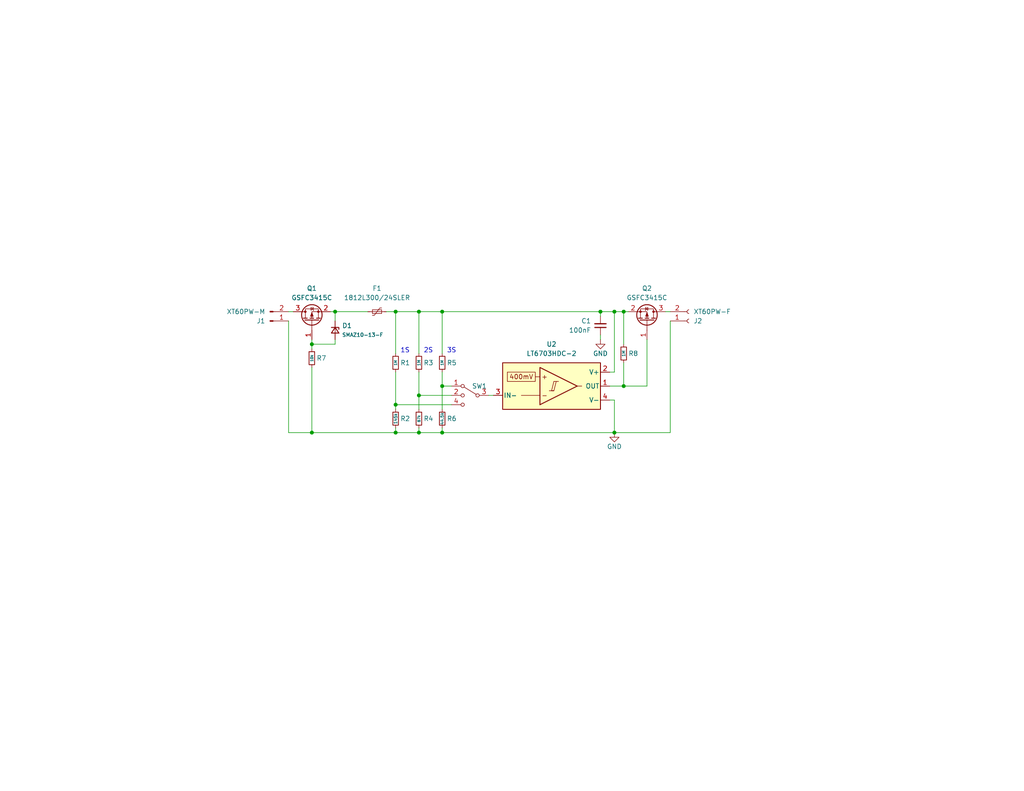
<source format=kicad_sch>
(kicad_sch (version 20231120) (generator "eeschema") (generator_version "8.0")
  (paper "USLetter")
  (title_block (title "Low Voltage Cutoff") (date "2025-04-01") (rev "V0.1") (company "UMDBPP") (comment 1 "Michael Shipman"))
  (lib_symbols
    (symbol "Connector:Conn_01x02_Female" (pin_names (offset 1.016) hide)
      (property "Reference" "J" (at 0 2.54 0))
      (property "Value" "Conn_01x02_Female" (at 0 -5.08 0))
      (symbol "Conn_01x02_Female_1_1"
        (arc (start 0 -2.032) (mid -0.5058 -2.54) (end 0 -3.048) (stroke (width 0.1524)))
        (polyline (pts (xy -1.27 -2.54) (xy -0.508 -2.54)) (stroke (width 0.1524)))
        (polyline (pts (xy -1.27 0) (xy -0.508 0)) (stroke (width 0.1524)))
        (arc (start 0 0.508) (mid -0.5058 0) (end 0 -0.508) (stroke (width 0.1524)))
        (pin passive line (at -5.08 0 0) (length 3.81) (name "Pin_1") (number "1"))
        (pin passive line (at -5.08 -2.54 0) (length 3.81) (name "Pin_2") (number "2"))
      )
    )
    (symbol "Connector:Conn_01x02_Male" (pin_names (offset 1.016) hide)
      (property "Reference" "J" (at 0 2.54 0))
      (property "Value" "Conn_01x02_Male" (at 0 -5.08 0))
      (symbol "Conn_01x02_Male_1_1"
        (polyline (pts (xy 1.27 -2.54) (xy 0.8636 -2.54)) (stroke (width 0.1524)))
        (polyline (pts (xy 1.27 0) (xy 0.8636 0)) (stroke (width 0.1524)))
        (rectangle (start 0.8636 -2.413) (end 0 -2.667) (stroke (width 0.1524)) (fill (type outline)))
        (rectangle (start 0.8636 0.127) (end 0 -0.127) (stroke (width 0.1524)) (fill (type outline)))
        (pin passive line (at 5.08 0 180) (length 3.81) (name "Pin_1") (number "1"))
        (pin passive line (at 5.08 -2.54 180) (length 3.81) (name "Pin_2") (number "2"))
      )
    )
    (symbol "Device:C_Small" (pin_numbers hide) (pin_names (offset 0.254) hide)
      (property "Reference" "C" (at 0.254 1.778 0))
      (property "Value" "C_Small" (at 0.254 -2.032 0))
      (symbol "C_Small_0_1"
        (polyline (pts (xy -1.524 -0.508) (xy 1.524 -0.508)) (stroke (width 0.3302)))
        (polyline (pts (xy -1.524 0.508) (xy 1.524 0.508)) (stroke (width 0.3048)))
      )
      (symbol "C_Small_1_1"
        (pin passive line (at 0 2.54 270) (length 2.032) (name "~") (number "1"))
        (pin passive line (at 0 -2.54 90) (length 2.032) (name "~") (number "2"))
      )
    )
    (symbol "Device:D_Zener_Small" (pin_numbers hide) (pin_names (offset 0.254) hide)
      (property "Reference" "D" (at 0 2.286 0))
      (property "Value" "D_Zener_Small" (at 0 -2.286 0))
      (symbol "D_Zener_Small_0_1"
        (polyline (pts (xy 0.762 0) (xy -0.762 0)))
        (polyline (pts (xy -0.254 1.016) (xy -0.762 1.016) (xy -0.762 -1.016)) (stroke (width 0.254)))
        (polyline (pts (xy 0.762 1.016) (xy -0.762 0) (xy 0.762 -1.016) (xy 0.762 1.016)) (stroke (width 0.254)))
      )
      (symbol "D_Zener_Small_1_1"
        (pin passive line (at -2.54 0 0) (length 1.778) (name "K") (number "1"))
        (pin passive line (at 2.54 0 180) (length 1.778) (name "A") (number "2"))
      )
    )
    (symbol "Device:Polyfuse_Small" (pin_numbers hide) (pin_names (offset 0))
      (property "Reference" "F" (at -1.905 0 90))
      (property "Value" "Polyfuse_Small" (at 1.905 0 90))
      (symbol "Polyfuse_Small_0_1"
        (rectangle (start -0.508 1.27) (end 0.508 -1.27))
        (polyline (pts (xy 0 2.54) (xy 0 -2.54)))
        (polyline (pts (xy -1.016 1.27) (xy -1.016 0.762) (xy 1.016 -0.762) (xy 1.016 -1.27)))
      )
      (symbol "Polyfuse_Small_1_1"
        (pin passive line (at 0 2.54 270) (length 0.635) (name "~") (number "1"))
        (pin passive line (at 0 -2.54 90) (length 0.635) (name "~") (number "2"))
      )
    )
    (symbol "Device:Q_PMOS_GSD" (pin_names (offset 0) hide)
      (property "Reference" "Q" (at 5.08 1.27 0))
      (property "Value" "Q_PMOS_GSD" (at 5.08 -1.27 0))
      (symbol "Q_PMOS_GSD_0_1"
        (polyline (pts (xy 0.254 0) (xy -2.54 0)))
        (polyline (pts (xy 0.254 1.905) (xy 0.254 -1.905)) (stroke (width 0.254)))
        (polyline (pts (xy 0.762 -1.27) (xy 0.762 -2.286)) (stroke (width 0.254)))
        (polyline (pts (xy 0.762 0.508) (xy 0.762 -0.508)) (stroke (width 0.254)))
        (polyline (pts (xy 0.762 2.286) (xy 0.762 1.27)) (stroke (width 0.254)))
        (polyline (pts (xy 2.54 2.54) (xy 2.54 1.778)))
        (polyline (pts (xy 2.54 -2.54) (xy 2.54 0) (xy 0.762 0)))
        (polyline (pts (xy 0.762 1.778) (xy 3.302 1.778) (xy 3.302 -1.778) (xy 0.762 -1.778)))
        (polyline (pts (xy 2.286 0) (xy 1.27 0.381) (xy 1.27 -0.381) (xy 2.286 0)) (fill (type outline)))
        (polyline (pts (xy 2.794 -0.508) (xy 2.921 -0.381) (xy 3.683 -0.381) (xy 3.81 -0.254)))
        (polyline (pts (xy 3.302 -0.381) (xy 2.921 0.254) (xy 3.683 0.254) (xy 3.302 -0.381)))
        (circle (center 1.651 0) (radius 2.794) (stroke (width 0.254)))
        (circle (center 2.54 -1.778) (radius 0.254) (fill (type outline)))
        (circle (center 2.54 1.778) (radius 0.254) (fill (type outline)))
      )
      (symbol "Q_PMOS_GSD_1_1"
        (pin input line (at -5.08 0 0) (length 2.54) (name "G") (number "1"))
        (pin passive line (at 2.54 -5.08 90) (length 2.54) (name "S") (number "2"))
        (pin passive line (at 2.54 5.08 270) (length 2.54) (name "D") (number "3"))
      )
    )
    (symbol "Device:R_Small" (pin_numbers hide) (pin_names (offset 0.254) hide)
      (property "Reference" "R" (at 0.762 0.508 0))
      (property "Value" "R_Small" (at 0.762 -1.016 0))
      (symbol "R_Small_0_1"
        (rectangle (start -0.762 1.778) (end 0.762 -1.778) (stroke (width 0.2032)))
      )
      (symbol "R_Small_1_1"
        (pin passive line (at 0 2.54 270) (length 0.762) (name "~") (number "1"))
        (pin passive line (at 0 -2.54 90) (length 0.762) (name "~") (number "2"))
      )
    )
    (symbol "PCM_Analog_Comparator_AKL:LT6703HDC-2" (pin_names (offset 0.254))
      (property "Reference" "U" (at 0 12.7 0))
      (property "Value" "LT6703HDC-2" (at 0 10.16 0))
      (symbol "LT6703HDC-2_0_0"
        (polyline (pts (xy -1.27 -1.27) (xy 0 -1.27)) (stroke (width 0.1524)))
        (polyline (pts (xy 0 1.27) (xy 1.27 1.27)) (stroke (width 0.1524)))
        (polyline (pts (xy 6.35 0) (xy -3.81 -5.08)) (stroke (width 0.254)))
        (polyline (pts (xy 6.35 0) (xy -3.81 5.08) (xy -3.81 -5.08)) (stroke (width 0.254)) (fill (type background)))
        (polyline (pts (xy 0 1.27) (xy -0.635 -1.27) (xy 0 -1.27) (xy 0.635 1.27)) (stroke (width 0.1524)))
        (text "+" (at -2.54 2.54 0) (effects (font (size 1.27 1.27))))
        (text "-" (at -2.54 -2.54 0) (effects (font (size 1.27 1.27))))
      )
      (symbol "LT6703HDC-2_0_1"
        (polyline (pts (xy -3.81 -2.54) (xy -8.89 -2.54)))
        (polyline (pts (xy -3.81 2.54) (xy -5.08 2.54)))
        (polyline (pts (xy 6.35 0) (xy 7.62 0)))
      )
      (symbol "LT6703HDC-2_1_0"
        (rectangle (start -13.97 6.35) (end 12.7 -6.35) (stroke (width 0.254)) (fill (type background)))
        (rectangle (start -12.7 3.81) (end -5.08 1.27) (stroke (width 0.1524)))
        (text "400mV" (at -8.89 2.54 0) (effects (font (size 1.27 1.27))))
      )
      (symbol "LT6703HDC-2_1_1"
        (pin output line (at 15.24 0 180) (length 2.54) (name "OUT") (number "1"))
        (pin power_in line (at 15.24 3.81 180) (length 2.54) (name "V+") (number "2"))
        (pin input line (at -16.51 -2.54 0) (length 2.54) (name "IN-") (number "3"))
        (pin power_in line (at 15.24 -3.81 180) (length 2.54) (name "V-") (number "4"))
      )
    )
    (symbol "Switch:SW_SP3T" (pin_names (offset 0) hide)
      (property "Reference" "SW" (at 0 5.08 0))
      (property "Value" "SW_SP3T" (at 0 -5.08 0))
      (symbol "SW_SP3T_0_1"
        (circle (center -2.032 0) (radius 0.4572))
        (polyline (pts (xy -1.651 0.254) (xy 1.651 2.286)))
        (circle (center 2.032 -2.54) (radius 0.4572))
        (circle (center 2.032 0) (radius 0.4572))
        (circle (center 2.032 2.54) (radius 0.4572))
      )
      (symbol "SW_SP3T_1_1"
        (pin passive line (at 5.08 2.54 180) (length 2.54) (name "1") (number "1"))
        (pin passive line (at 5.08 0 180) (length 2.54) (name "2") (number "2"))
        (pin passive line (at -5.08 0 0) (length 2.54) (name "3") (number "3"))
        (pin passive line (at 5.08 -2.54 180) (length 2.54) (name "4") (number "4"))
      )
    )
    (symbol "power:GND" (power) (pin_names (offset 0))
      (property "Value" "GND" (at 0 -3.81 0))
      (symbol "GND_0_1"
        (polyline (pts (xy 0 0) (xy 0 -1.27) (xy 1.27 -1.27) (xy 0 -2.54) (xy -1.27 -1.27) (xy 0 -1.27)))
      )
      (symbol "GND_1_1"
        (pin power_in line (at 0 0 270) (length 0) hide (name "GND") (number "1"))
      )
    )
  )
  (junction (at 170.18 105.41))
  (junction (at 120.65 85.09))
  (junction (at 107.95 118.11))
  (junction (at 167.64 85.09))
  (junction (at 167.64 118.11))
  (junction (at 114.3 85.09))
  (junction (at 114.3 118.11))
  (junction (at 85.09 118.11))
  (junction (at 120.65 105.41))
  (junction (at 85.09 93.98))
  (junction (at 163.83 85.09))
  (junction (at 91.44 85.09))
  (junction (at 107.95 110.49))
  (junction (at 170.18 85.09))
  (junction (at 107.95 85.09))
  (junction (at 120.65 118.11))
  (junction (at 114.3 107.95))
  (wire (pts (xy 120.65 116.84) (xy 120.65 118.11)))
  (wire (pts (xy 107.95 118.11) (xy 114.3 118.11)))
  (wire (pts (xy 167.64 101.6) (xy 166.37 101.6)))
  (wire (pts (xy 90.17 85.09) (xy 91.44 85.09)))
  (wire (pts (xy 123.19 105.41) (xy 120.65 105.41)))
  (wire (pts (xy 85.09 92.71) (xy 85.09 93.98)))
  (wire (pts (xy 107.95 110.49) (xy 123.19 110.49)))
  (wire (pts (xy 105.41 85.09) (xy 107.95 85.09)))
  (wire (pts (xy 167.64 85.09) (xy 170.18 85.09)))
  (wire (pts (xy 107.95 85.09) (xy 107.95 96.52)))
  (wire (pts (xy 114.3 101.6) (xy 114.3 107.95)))
  (wire (pts (xy 170.18 85.09) (xy 171.45 85.09)))
  (wire (pts (xy 170.18 85.09) (xy 170.18 93.98)))
  (wire (pts (xy 176.53 92.71) (xy 176.53 105.41)))
  (wire (pts (xy 107.95 116.84) (xy 107.95 118.11)))
  (wire (pts (xy 107.95 101.6) (xy 107.95 110.49)))
  (wire (pts (xy 78.74 118.11) (xy 85.09 118.11)))
  (wire (pts (xy 167.64 118.11) (xy 182.88 118.11)))
  (wire (pts (xy 182.88 87.63) (xy 182.88 118.11)))
  (wire (pts (xy 120.65 85.09) (xy 120.65 96.52)))
  (wire (pts (xy 181.61 85.09) (xy 182.88 85.09)))
  (wire (pts (xy 170.18 105.41) (xy 170.18 99.06)))
  (wire (pts (xy 167.64 109.22) (xy 166.37 109.22)))
  (wire (pts (xy 114.3 85.09) (xy 120.65 85.09)))
  (wire (pts (xy 78.74 87.63) (xy 78.74 118.11)))
  (wire (pts (xy 120.65 118.11) (xy 167.64 118.11)))
  (wire (pts (xy 133.35 107.95) (xy 134.62 107.95)))
  (wire (pts (xy 163.83 91.44) (xy 163.83 92.71)))
  (wire (pts (xy 167.64 85.09) (xy 167.64 101.6)))
  (wire (pts (xy 91.44 93.98) (xy 91.44 92.71)))
  (wire (pts (xy 120.65 111.76) (xy 120.65 105.41)))
  (wire (pts (xy 78.74 85.09) (xy 80.01 85.09)))
  (wire (pts (xy 114.3 107.95) (xy 123.19 107.95)))
  (wire (pts (xy 85.09 93.98) (xy 85.09 95.25)))
  (wire (pts (xy 163.83 85.09) (xy 163.83 86.36)))
  (wire (pts (xy 114.3 85.09) (xy 114.3 96.52)))
  (wire (pts (xy 120.65 101.6) (xy 120.65 105.41)))
  (wire (pts (xy 107.95 85.09) (xy 114.3 85.09)))
  (wire (pts (xy 91.44 87.63) (xy 91.44 85.09)))
  (wire (pts (xy 85.09 93.98) (xy 91.44 93.98)))
  (wire (pts (xy 166.37 105.41) (xy 170.18 105.41)))
  (wire (pts (xy 85.09 100.33) (xy 85.09 118.11)))
  (wire (pts (xy 107.95 110.49) (xy 107.95 111.76)))
  (wire (pts (xy 167.64 109.22) (xy 167.64 118.11)))
  (wire (pts (xy 120.65 85.09) (xy 163.83 85.09)))
  (wire (pts (xy 85.09 118.11) (xy 107.95 118.11)))
  (wire (pts (xy 114.3 116.84) (xy 114.3 118.11)))
  (wire (pts (xy 114.3 107.95) (xy 114.3 111.76)))
  (wire (pts (xy 91.44 85.09) (xy 100.33 85.09)))
  (wire (pts (xy 163.83 85.09) (xy 167.64 85.09)))
  (wire (pts (xy 114.3 118.11) (xy 120.65 118.11)))
  (wire (pts (xy 170.18 105.41) (xy 176.53 105.41)))
  (text "1S" (at 109.22 96.52 0) (effects (font (size 1.27 1.27)) (justify left bottom)))
  (text "3S" (at 121.92 96.52 0) (effects (font (size 1.27 1.27)) (justify left bottom)))
  (text "2S" (at 115.57 96.52 0) (effects (font (size 1.27 1.27)) (justify left bottom)))
  (symbol (lib_id "Connector:Conn_01x02_Female") (at 187.96 87.63 0) (mirror x) (unit 1)
    (property "Reference" "J2" (at 189.23 87.6301 0) (effects (justify left)))
    (property "Value" "XT60PW-F" (at 189.23 85.0901 0) (effects (justify left)))
    (property "Footprint" "Connector_AMASS:AMASS_XT60PW-F_1x02_P7.20mm_Horizontal" (effects (hide yes)))
  )
  (symbol (lib_id "Connector:Conn_01x02_Male") (at 73.66 87.63 0) (mirror x) (unit 1)
    (property "Reference" "J1" (at 72.39 87.63 0) (effects (justify right)))
    (property "Value" "XT60PW-M" (at 72.39 85.09 0) (effects (justify right)))
    (property "Footprint" "Connector_AMASS:AMASS_XT60PW-M_1x02_P7.20mm_Horizontal" (effects (hide yes)))
  )
  (symbol (lib_id "Device:R_Small") (at 120.65 99.06 180) (unit 1)
    (property "Reference" "R5" (at 121.92 99.06 0) (effects (justify right)))
    (property "Value" "1M" (at 120.65 99.06 90) (effects (font (size 0.7 0.7))))
    (property "Footprint" "Resistor_SMD:R_0603_1608Metric_Pad0.98x0.95mm_HandSolder" (effects (hide yes)))
    (property "Datasheet" "RN73R1JTTD1563F100" (effects (hide yes)))
  )
  (symbol (lib_id "Device:R_Small") (at 107.95 114.3 180) (unit 1)
    (property "Reference" "R2" (at 109.22 114.3 0) (effects (justify right)))
    (property "Value" "145k" (at 107.95 114.3 90) (effects (font (size 0.8 0.8))))
    (property "Footprint" "Resistor_SMD:R_0603_1608Metric_Pad0.98x0.95mm_HandSolder" (effects (hide yes)))
    (property "Datasheet" "RN73R1JTTD1563F100" (effects (hide yes)))
  )
  (symbol (lib_id "Device:R_Small") (at 120.65 114.3 0) (unit 1)
    (property "Reference" "R6" (at 121.92 114.3 0) (effects (justify left)))
    (property "Value" "44.5k" (at 120.65 114.3 90) (effects (font (size 0.8 0.8))))
    (property "Footprint" "Resistor_SMD:R_0603_1608Metric_Pad0.98x0.95mm_HandSolder" (effects (hide yes)))
  )
  (symbol (lib_id "Device:R_Small") (at 114.3 114.3 180) (unit 1)
    (property "Reference" "R4" (at 115.57 114.3 0) (effects (justify right)))
    (property "Value" "67k" (at 114.3 114.3 90) (effects (font (size 0.7 0.7))))
    (property "Footprint" "Resistor_SMD:R_0603_1608Metric_Pad0.98x0.95mm_HandSolder" (effects (hide yes)))
    (property "Datasheet" "RMCF0603FT2M21" (effects (hide yes)))
  )
  (symbol (lib_id "Device:R_Small") (at 85.09 97.79 180) (unit 1)
    (property "Reference" "R7" (at 86.36 97.79 0) (effects (justify right)))
    (property "Value" "10k" (at 85.09 97.79 90) (effects (font (size 0.7 0.7))))
    (property "Footprint" "Resistor_SMD:R_0603_1608Metric_Pad0.98x0.95mm_HandSolder" (effects (hide yes)))
    (property "Datasheet" "RMCF0603FT2M21" (effects (hide yes)))
  )
  (symbol (lib_id "power:GND") (at 167.64 118.11 0) (unit 1)
    (property "Reference" "#PWR02" (effects (hide yes)))
    (property "Value" "GND" (at 167.64 121.92 0))
  )
  (symbol (lib_id "power:GND") (at 163.83 92.71 0) (unit 1)
    (property "Reference" "#PWR01" (effects (hide yes)))
    (property "Value" "GND" (at 163.83 96.52 0))
  )
  (symbol (lib_id "Device:Q_PMOS_GSD") (at 85.09 87.63 90) (unit 1)
    (property "Reference" "Q1" (at 85.09 78.74 90))
    (property "Value" "GSFC3415C" (at 85.09 81.28 90))
    (property "Footprint" "Package_TO_SOT_SMD:SOT-23-3" (effects (hide yes)))
    (property "Description" "P-MOSFET transistor, gate/source/drain" (effects (hide yes)))
  )
  (symbol (lib_id "Device:D_Zener_Small") (at 91.44 90.17 270) (unit 1)
    (property "Reference" "D1" (at 93.345 88.9 90) (effects (justify left)))
    (property "Value" "SMAZ10-13-F" (at 93.345 91.44 90) (effects (font (size 1 1)) (justify left)))
    (property "Footprint" "Diode_SMD:D_SMA_Handsoldering" (effects (hide yes)))
  )
  (symbol (lib_id "Device:R_Small") (at 107.95 99.06 180) (unit 1)
    (property "Reference" "R1" (at 109.22 99.06 0) (effects (justify right)))
    (property "Value" "1M" (at 107.95 99.06 90) (effects (font (size 0.7 0.7))))
    (property "Footprint" "Resistor_SMD:R_0603_1608Metric_Pad0.98x0.95mm_HandSolder" (effects (hide yes)))
    (property "Datasheet" "RMCF0603FT2M21" (effects (hide yes)))
  )
  (symbol (lib_id "Device:R_Small") (at 170.18 96.52 180) (unit 1)
    (property "Reference" "R8" (at 171.45 96.52 0) (effects (justify right)))
    (property "Value" "1M" (at 170.18 96.52 90) (effects (font (size 0.8 0.8))))
    (property "Footprint" "Resistor_SMD:R_0603_1608Metric_Pad0.98x0.95mm_HandSolder" (effects (hide yes)))
    (property "Datasheet" "RN73R1JTTD1563F100" (effects (hide yes)))
  )
  (symbol (lib_id "Device:R_Small") (at 114.3 99.06 180) (unit 1)
    (property "Reference" "R3" (at 115.57 99.06 0) (effects (justify right)))
    (property "Value" "1M" (at 114.3 99.06 90) (effects (font (size 0.8 0.8))))
    (property "Footprint" "Resistor_SMD:R_0603_1608Metric_Pad0.98x0.95mm_HandSolder" (effects (hide yes)))
  )
  (symbol (lib_id "PCM_Analog_Comparator_AKL:LT6703HDC-2") (at 151.13 105.41 0) (unit 1)
    (property "Reference" "U2" (at 150.495 93.98 0))
    (property "Value" "LT6703HDC-2" (at 150.495 96.52 0))
    (property "Footprint" "PCM_Package_DFN_QFN_AKL:DFN-3-1EP-2x2mm_P0.5mm_EP1x1.35mm" (effects (hide yes)))
    (property "Datasheet" "https://www.tme.eu/Document/2ef05ce476351bded9b9bb9750bc2061/670323fd.pdf" (effects (hide yes)))
  )
  (symbol (lib_id "Switch:SW_SP3T") (at 128.27 107.95 0) (mirror y) (unit 1)
    (property "Reference" "SW1" (at 130.81 105.41 0))
    (property "Value" "CUS-13TB" (effects (hide yes)))
    (property "Footprint" "BPP_Lib:CUS-13TB_NDC" (effects (hide yes)))
  )
  (symbol (lib_id "Device:Q_PMOS_GSD") (at 176.53 87.63 270) (mirror x) (unit 1)
    (property "Reference" "Q2" (at 176.53 78.74 90))
    (property "Value" "GSFC3415C" (at 176.53 81.28 90))
    (property "Footprint" "Package_TO_SOT_SMD:SOT-23-3" (effects (hide yes)))
    (property "Description" "P-MOSFET transistor, gate/source/drain" (effects (hide yes)))
  )
  (symbol (lib_id "Device:C_Small") (at 163.83 88.9 180) (unit 1)
    (property "Reference" "C1" (at 161.29 87.63 0) (effects (justify left)))
    (property "Value" "100nF" (at 161.29 90.17 0) (effects (justify left)))
    (property "Footprint" "Capacitor_SMD:C_0603_1608Metric_Pad1.08x0.95mm_HandSolder" (effects (hide yes)))
  )
  (symbol (lib_id "Device:Polyfuse_Small") (at 102.87 85.09 90) (unit 1)
    (property "Reference" "F1" (at 102.87 78.74 90))
    (property "Value" "1812L300/24SLER" (at 102.87 81.28 90))
    (property "Footprint" "Fuse:Fuse_1812_4532Metric_Pad1.30x3.40mm_HandSolder" (effects (hide yes)))
  )
)
</source>
